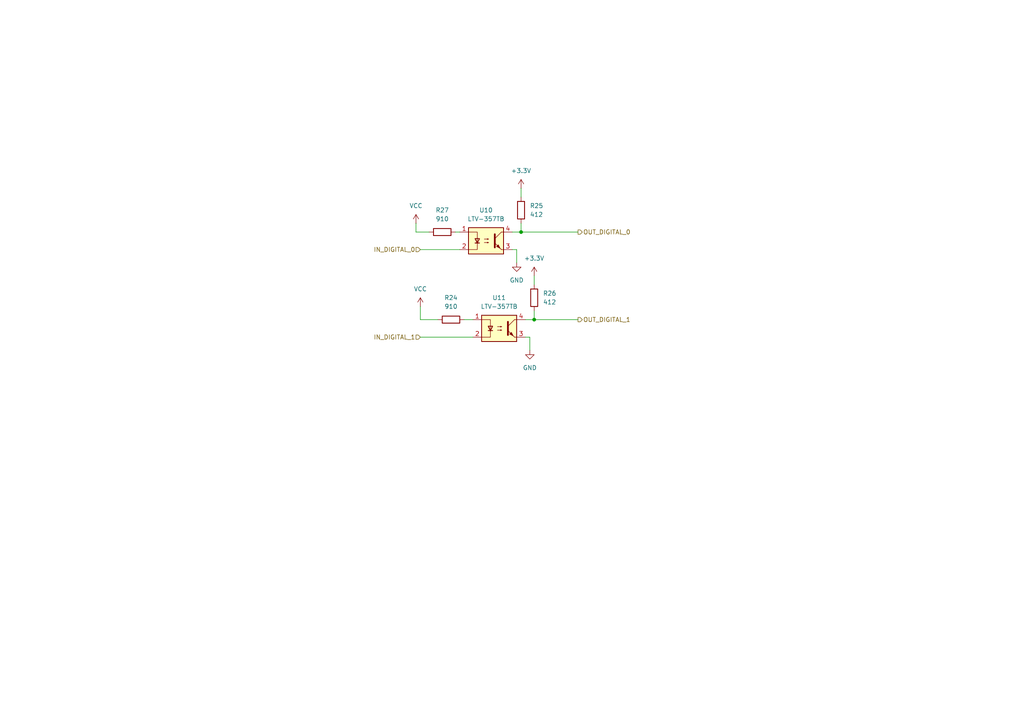
<source format=kicad_sch>
(kicad_sch
	(version 20250114)
	(generator "eeschema")
	(generator_version "9.0")
	(uuid "724e7f9e-6260-4e2e-8571-e6cfdef0d0aa")
	(paper "A4")
	(lib_symbols
		(symbol "Device:R"
			(pin_numbers
				(hide yes)
			)
			(pin_names
				(offset 0)
			)
			(exclude_from_sim no)
			(in_bom yes)
			(on_board yes)
			(property "Reference" "R"
				(at 2.032 0 90)
				(effects
					(font
						(size 1.27 1.27)
					)
				)
			)
			(property "Value" "R"
				(at 0 0 90)
				(effects
					(font
						(size 1.27 1.27)
					)
				)
			)
			(property "Footprint" ""
				(at -1.778 0 90)
				(effects
					(font
						(size 1.27 1.27)
					)
					(hide yes)
				)
			)
			(property "Datasheet" "~"
				(at 0 0 0)
				(effects
					(font
						(size 1.27 1.27)
					)
					(hide yes)
				)
			)
			(property "Description" "Resistor"
				(at 0 0 0)
				(effects
					(font
						(size 1.27 1.27)
					)
					(hide yes)
				)
			)
			(property "ki_keywords" "R res resistor"
				(at 0 0 0)
				(effects
					(font
						(size 1.27 1.27)
					)
					(hide yes)
				)
			)
			(property "ki_fp_filters" "R_*"
				(at 0 0 0)
				(effects
					(font
						(size 1.27 1.27)
					)
					(hide yes)
				)
			)
			(symbol "R_0_1"
				(rectangle
					(start -1.016 -2.54)
					(end 1.016 2.54)
					(stroke
						(width 0.254)
						(type default)
					)
					(fill
						(type none)
					)
				)
			)
			(symbol "R_1_1"
				(pin passive line
					(at 0 3.81 270)
					(length 1.27)
					(name "~"
						(effects
							(font
								(size 1.27 1.27)
							)
						)
					)
					(number "1"
						(effects
							(font
								(size 1.27 1.27)
							)
						)
					)
				)
				(pin passive line
					(at 0 -3.81 90)
					(length 1.27)
					(name "~"
						(effects
							(font
								(size 1.27 1.27)
							)
						)
					)
					(number "2"
						(effects
							(font
								(size 1.27 1.27)
							)
						)
					)
				)
			)
			(embedded_fonts no)
		)
		(symbol "Isolator:LTV-357T"
			(pin_names
				(offset 1.016)
			)
			(exclude_from_sim no)
			(in_bom yes)
			(on_board yes)
			(property "Reference" "U"
				(at -5.334 4.826 0)
				(effects
					(font
						(size 1.27 1.27)
					)
					(justify left)
				)
			)
			(property "Value" "LTV-357T"
				(at 0 5.08 0)
				(effects
					(font
						(size 1.27 1.27)
					)
					(justify left)
				)
			)
			(property "Footprint" "Package_SO:SO-4_4.4x3.6mm_P2.54mm"
				(at -5.08 -5.08 0)
				(effects
					(font
						(size 1.27 1.27)
						(italic yes)
					)
					(justify left)
					(hide yes)
				)
			)
			(property "Datasheet" "https://www.buerklin.com/medias/sys_master/download/download/h91/ha0/8892020588574.pdf"
				(at 0 0 0)
				(effects
					(font
						(size 1.27 1.27)
					)
					(justify left)
					(hide yes)
				)
			)
			(property "Description" "DC Optocoupler, Vce 35V, CTR 50%, SO-4"
				(at 0 0 0)
				(effects
					(font
						(size 1.27 1.27)
					)
					(hide yes)
				)
			)
			(property "ki_keywords" "NPN DC Optocoupler"
				(at 0 0 0)
				(effects
					(font
						(size 1.27 1.27)
					)
					(hide yes)
				)
			)
			(property "ki_fp_filters" "SO*4.4x3.6mm*P2.54mm*"
				(at 0 0 0)
				(effects
					(font
						(size 1.27 1.27)
					)
					(hide yes)
				)
			)
			(symbol "LTV-357T_0_1"
				(rectangle
					(start -5.08 3.81)
					(end 5.08 -3.81)
					(stroke
						(width 0.254)
						(type default)
					)
					(fill
						(type background)
					)
				)
				(polyline
					(pts
						(xy -5.08 2.54) (xy -2.54 2.54) (xy -2.54 -0.762)
					)
					(stroke
						(width 0)
						(type default)
					)
					(fill
						(type none)
					)
				)
				(polyline
					(pts
						(xy -3.175 -0.635) (xy -1.905 -0.635)
					)
					(stroke
						(width 0.254)
						(type default)
					)
					(fill
						(type none)
					)
				)
				(polyline
					(pts
						(xy -2.54 -0.635) (xy -2.54 -2.54) (xy -5.08 -2.54)
					)
					(stroke
						(width 0)
						(type default)
					)
					(fill
						(type none)
					)
				)
				(polyline
					(pts
						(xy -2.54 -0.635) (xy -3.175 0.635) (xy -1.905 0.635) (xy -2.54 -0.635)
					)
					(stroke
						(width 0.254)
						(type default)
					)
					(fill
						(type none)
					)
				)
				(polyline
					(pts
						(xy -0.508 0.508) (xy 0.762 0.508) (xy 0.381 0.381) (xy 0.381 0.635) (xy 0.762 0.508)
					)
					(stroke
						(width 0)
						(type default)
					)
					(fill
						(type none)
					)
				)
				(polyline
					(pts
						(xy -0.508 -0.508) (xy 0.762 -0.508) (xy 0.381 -0.635) (xy 0.381 -0.381) (xy 0.762 -0.508)
					)
					(stroke
						(width 0)
						(type default)
					)
					(fill
						(type none)
					)
				)
				(polyline
					(pts
						(xy 2.54 1.905) (xy 2.54 -1.905) (xy 2.54 -1.905)
					)
					(stroke
						(width 0.508)
						(type default)
					)
					(fill
						(type none)
					)
				)
				(polyline
					(pts
						(xy 2.54 0.635) (xy 4.445 2.54)
					)
					(stroke
						(width 0)
						(type default)
					)
					(fill
						(type none)
					)
				)
				(polyline
					(pts
						(xy 3.048 -1.651) (xy 3.556 -1.143) (xy 4.064 -2.159) (xy 3.048 -1.651) (xy 3.048 -1.651)
					)
					(stroke
						(width 0)
						(type default)
					)
					(fill
						(type outline)
					)
				)
				(polyline
					(pts
						(xy 4.445 2.54) (xy 5.08 2.54)
					)
					(stroke
						(width 0)
						(type default)
					)
					(fill
						(type none)
					)
				)
				(polyline
					(pts
						(xy 4.445 -2.54) (xy 2.54 -0.635)
					)
					(stroke
						(width 0)
						(type default)
					)
					(fill
						(type outline)
					)
				)
				(polyline
					(pts
						(xy 4.445 -2.54) (xy 5.08 -2.54)
					)
					(stroke
						(width 0)
						(type default)
					)
					(fill
						(type none)
					)
				)
			)
			(symbol "LTV-357T_1_1"
				(pin passive line
					(at -7.62 2.54 0)
					(length 2.54)
					(name "~"
						(effects
							(font
								(size 1.27 1.27)
							)
						)
					)
					(number "1"
						(effects
							(font
								(size 1.27 1.27)
							)
						)
					)
				)
				(pin passive line
					(at -7.62 -2.54 0)
					(length 2.54)
					(name "~"
						(effects
							(font
								(size 1.27 1.27)
							)
						)
					)
					(number "2"
						(effects
							(font
								(size 1.27 1.27)
							)
						)
					)
				)
				(pin passive line
					(at 7.62 2.54 180)
					(length 2.54)
					(name "~"
						(effects
							(font
								(size 1.27 1.27)
							)
						)
					)
					(number "4"
						(effects
							(font
								(size 1.27 1.27)
							)
						)
					)
				)
				(pin passive line
					(at 7.62 -2.54 180)
					(length 2.54)
					(name "~"
						(effects
							(font
								(size 1.27 1.27)
							)
						)
					)
					(number "3"
						(effects
							(font
								(size 1.27 1.27)
							)
						)
					)
				)
			)
			(embedded_fonts no)
		)
		(symbol "power:+3.3V"
			(power)
			(pin_numbers
				(hide yes)
			)
			(pin_names
				(offset 0)
				(hide yes)
			)
			(exclude_from_sim no)
			(in_bom yes)
			(on_board yes)
			(property "Reference" "#PWR"
				(at 0 -3.81 0)
				(effects
					(font
						(size 1.27 1.27)
					)
					(hide yes)
				)
			)
			(property "Value" "+3.3V"
				(at 0 3.556 0)
				(effects
					(font
						(size 1.27 1.27)
					)
				)
			)
			(property "Footprint" ""
				(at 0 0 0)
				(effects
					(font
						(size 1.27 1.27)
					)
					(hide yes)
				)
			)
			(property "Datasheet" ""
				(at 0 0 0)
				(effects
					(font
						(size 1.27 1.27)
					)
					(hide yes)
				)
			)
			(property "Description" "Power symbol creates a global label with name \"+3.3V\""
				(at 0 0 0)
				(effects
					(font
						(size 1.27 1.27)
					)
					(hide yes)
				)
			)
			(property "ki_keywords" "global power"
				(at 0 0 0)
				(effects
					(font
						(size 1.27 1.27)
					)
					(hide yes)
				)
			)
			(symbol "+3.3V_0_1"
				(polyline
					(pts
						(xy -0.762 1.27) (xy 0 2.54)
					)
					(stroke
						(width 0)
						(type default)
					)
					(fill
						(type none)
					)
				)
				(polyline
					(pts
						(xy 0 2.54) (xy 0.762 1.27)
					)
					(stroke
						(width 0)
						(type default)
					)
					(fill
						(type none)
					)
				)
				(polyline
					(pts
						(xy 0 0) (xy 0 2.54)
					)
					(stroke
						(width 0)
						(type default)
					)
					(fill
						(type none)
					)
				)
			)
			(symbol "+3.3V_1_1"
				(pin power_in line
					(at 0 0 90)
					(length 0)
					(name "~"
						(effects
							(font
								(size 1.27 1.27)
							)
						)
					)
					(number "1"
						(effects
							(font
								(size 1.27 1.27)
							)
						)
					)
				)
			)
			(embedded_fonts no)
		)
		(symbol "power:GND"
			(power)
			(pin_numbers
				(hide yes)
			)
			(pin_names
				(offset 0)
				(hide yes)
			)
			(exclude_from_sim no)
			(in_bom yes)
			(on_board yes)
			(property "Reference" "#PWR"
				(at 0 -6.35 0)
				(effects
					(font
						(size 1.27 1.27)
					)
					(hide yes)
				)
			)
			(property "Value" "GND"
				(at 0 -3.81 0)
				(effects
					(font
						(size 1.27 1.27)
					)
				)
			)
			(property "Footprint" ""
				(at 0 0 0)
				(effects
					(font
						(size 1.27 1.27)
					)
					(hide yes)
				)
			)
			(property "Datasheet" ""
				(at 0 0 0)
				(effects
					(font
						(size 1.27 1.27)
					)
					(hide yes)
				)
			)
			(property "Description" "Power symbol creates a global label with name \"GND\" , ground"
				(at 0 0 0)
				(effects
					(font
						(size 1.27 1.27)
					)
					(hide yes)
				)
			)
			(property "ki_keywords" "global power"
				(at 0 0 0)
				(effects
					(font
						(size 1.27 1.27)
					)
					(hide yes)
				)
			)
			(symbol "GND_0_1"
				(polyline
					(pts
						(xy 0 0) (xy 0 -1.27) (xy 1.27 -1.27) (xy 0 -2.54) (xy -1.27 -1.27) (xy 0 -1.27)
					)
					(stroke
						(width 0)
						(type default)
					)
					(fill
						(type none)
					)
				)
			)
			(symbol "GND_1_1"
				(pin power_in line
					(at 0 0 270)
					(length 0)
					(name "~"
						(effects
							(font
								(size 1.27 1.27)
							)
						)
					)
					(number "1"
						(effects
							(font
								(size 1.27 1.27)
							)
						)
					)
				)
			)
			(embedded_fonts no)
		)
		(symbol "power:VCC"
			(power)
			(pin_numbers
				(hide yes)
			)
			(pin_names
				(offset 0)
				(hide yes)
			)
			(exclude_from_sim no)
			(in_bom yes)
			(on_board yes)
			(property "Reference" "#PWR"
				(at 0 -3.81 0)
				(effects
					(font
						(size 1.27 1.27)
					)
					(hide yes)
				)
			)
			(property "Value" "VCC"
				(at 0 3.556 0)
				(effects
					(font
						(size 1.27 1.27)
					)
				)
			)
			(property "Footprint" ""
				(at 0 0 0)
				(effects
					(font
						(size 1.27 1.27)
					)
					(hide yes)
				)
			)
			(property "Datasheet" ""
				(at 0 0 0)
				(effects
					(font
						(size 1.27 1.27)
					)
					(hide yes)
				)
			)
			(property "Description" "Power symbol creates a global label with name \"VCC\""
				(at 0 0 0)
				(effects
					(font
						(size 1.27 1.27)
					)
					(hide yes)
				)
			)
			(property "ki_keywords" "global power"
				(at 0 0 0)
				(effects
					(font
						(size 1.27 1.27)
					)
					(hide yes)
				)
			)
			(symbol "VCC_0_1"
				(polyline
					(pts
						(xy -0.762 1.27) (xy 0 2.54)
					)
					(stroke
						(width 0)
						(type default)
					)
					(fill
						(type none)
					)
				)
				(polyline
					(pts
						(xy 0 2.54) (xy 0.762 1.27)
					)
					(stroke
						(width 0)
						(type default)
					)
					(fill
						(type none)
					)
				)
				(polyline
					(pts
						(xy 0 0) (xy 0 2.54)
					)
					(stroke
						(width 0)
						(type default)
					)
					(fill
						(type none)
					)
				)
			)
			(symbol "VCC_1_1"
				(pin power_in line
					(at 0 0 90)
					(length 0)
					(name "~"
						(effects
							(font
								(size 1.27 1.27)
							)
						)
					)
					(number "1"
						(effects
							(font
								(size 1.27 1.27)
							)
						)
					)
				)
			)
			(embedded_fonts no)
		)
	)
	(junction
		(at 154.94 92.71)
		(diameter 0)
		(color 0 0 0 0)
		(uuid "56fae996-85c2-4f71-9942-b45cefa51083")
	)
	(junction
		(at 151.13 67.31)
		(diameter 0)
		(color 0 0 0 0)
		(uuid "e803be25-20d0-466f-816e-47cce2c724ff")
	)
	(wire
		(pts
			(xy 121.92 72.39) (xy 133.35 72.39)
		)
		(stroke
			(width 0)
			(type default)
		)
		(uuid "0f2f343c-2aab-4d8e-852c-64addfcbb07a")
	)
	(wire
		(pts
			(xy 154.94 92.71) (xy 167.64 92.71)
		)
		(stroke
			(width 0)
			(type default)
		)
		(uuid "0f5030a3-c33d-42e8-be96-274c76512284")
	)
	(wire
		(pts
			(xy 121.92 92.71) (xy 127 92.71)
		)
		(stroke
			(width 0)
			(type default)
		)
		(uuid "145d7eef-8ff0-4f42-9558-1d165950bb08")
	)
	(wire
		(pts
			(xy 149.86 72.39) (xy 148.59 72.39)
		)
		(stroke
			(width 0)
			(type default)
		)
		(uuid "146ceae7-32d3-4f90-9c74-f5a92bd36aec")
	)
	(wire
		(pts
			(xy 120.65 67.31) (xy 124.46 67.31)
		)
		(stroke
			(width 0)
			(type default)
		)
		(uuid "16b2c04a-30e6-4add-b1dd-4b6490c15db4")
	)
	(wire
		(pts
			(xy 151.13 67.31) (xy 167.64 67.31)
		)
		(stroke
			(width 0)
			(type default)
		)
		(uuid "2865740e-3144-44bc-b46e-7c94497a3e41")
	)
	(wire
		(pts
			(xy 120.65 64.77) (xy 120.65 67.31)
		)
		(stroke
			(width 0)
			(type default)
		)
		(uuid "2a24fef7-de9d-429a-b461-b60c104909c9")
	)
	(wire
		(pts
			(xy 151.13 67.31) (xy 151.13 64.77)
		)
		(stroke
			(width 0)
			(type default)
		)
		(uuid "359573e2-2fb1-4950-be1f-e69be8b91fd9")
	)
	(wire
		(pts
			(xy 134.62 92.71) (xy 137.16 92.71)
		)
		(stroke
			(width 0)
			(type default)
		)
		(uuid "6d01ef38-6e34-4952-b0af-ca0c332fc1af")
	)
	(wire
		(pts
			(xy 149.86 76.2) (xy 149.86 72.39)
		)
		(stroke
			(width 0)
			(type default)
		)
		(uuid "877f6f08-f3a3-46cd-8ebc-07be24d80271")
	)
	(wire
		(pts
			(xy 121.92 88.9) (xy 121.92 92.71)
		)
		(stroke
			(width 0)
			(type default)
		)
		(uuid "897b2fd5-c42c-4599-b582-0316ee39729a")
	)
	(wire
		(pts
			(xy 151.13 54.61) (xy 151.13 57.15)
		)
		(stroke
			(width 0)
			(type default)
		)
		(uuid "8f846c4f-f036-423c-b995-04f2015ba873")
	)
	(wire
		(pts
			(xy 132.08 67.31) (xy 133.35 67.31)
		)
		(stroke
			(width 0)
			(type default)
		)
		(uuid "8fb36647-7a9c-482c-975f-3c1a234d4b53")
	)
	(wire
		(pts
			(xy 154.94 80.01) (xy 154.94 82.55)
		)
		(stroke
			(width 0)
			(type default)
		)
		(uuid "9928738e-8766-4357-b4c3-a3ed73469286")
	)
	(wire
		(pts
			(xy 153.67 101.6) (xy 153.67 97.79)
		)
		(stroke
			(width 0)
			(type default)
		)
		(uuid "9aebe62b-9642-4680-8fd1-85b45f163f22")
	)
	(wire
		(pts
			(xy 121.92 97.79) (xy 137.16 97.79)
		)
		(stroke
			(width 0)
			(type default)
		)
		(uuid "9cb67792-8347-476e-8176-eab8ec08936a")
	)
	(wire
		(pts
			(xy 154.94 92.71) (xy 154.94 90.17)
		)
		(stroke
			(width 0)
			(type default)
		)
		(uuid "ad37b29e-08b4-4532-92af-ec1fb9e74fd8")
	)
	(wire
		(pts
			(xy 153.67 97.79) (xy 152.4 97.79)
		)
		(stroke
			(width 0)
			(type default)
		)
		(uuid "c6f72642-3f14-4192-b630-5062139a2a38")
	)
	(wire
		(pts
			(xy 148.59 67.31) (xy 151.13 67.31)
		)
		(stroke
			(width 0)
			(type default)
		)
		(uuid "e376ff27-e7c2-4738-8205-ede52285c52b")
	)
	(wire
		(pts
			(xy 152.4 92.71) (xy 154.94 92.71)
		)
		(stroke
			(width 0)
			(type default)
		)
		(uuid "f78632db-f19c-42bb-9435-0f9c16ad195d")
	)
	(hierarchical_label "OUT_DIGITAL_0"
		(shape output)
		(at 167.64 67.31 0)
		(effects
			(font
				(size 1.27 1.27)
			)
			(justify left)
		)
		(uuid "6c3f0ad9-4f14-4399-9174-c95631d9b308")
	)
	(hierarchical_label "OUT_DIGITAL_1"
		(shape output)
		(at 167.64 92.71 0)
		(effects
			(font
				(size 1.27 1.27)
			)
			(justify left)
		)
		(uuid "a3abb9b0-8658-4a96-b24b-3f6055f46c2a")
	)
	(hierarchical_label "IN_DIGITAL_1"
		(shape input)
		(at 121.92 97.79 180)
		(effects
			(font
				(size 1.27 1.27)
			)
			(justify right)
		)
		(uuid "afed502f-dc64-4901-9095-ed15c34711ff")
	)
	(hierarchical_label "IN_DIGITAL_0"
		(shape input)
		(at 121.92 72.39 180)
		(effects
			(font
				(size 1.27 1.27)
			)
			(justify right)
		)
		(uuid "f2c294aa-4ffe-47af-b519-97a11047a45d")
	)
	(symbol
		(lib_id "power:+3.3V")
		(at 151.13 54.61 0)
		(unit 1)
		(exclude_from_sim no)
		(in_bom yes)
		(on_board yes)
		(dnp no)
		(fields_autoplaced yes)
		(uuid "2948668b-f4d1-4987-a08f-6e56fab6d97a")
		(property "Reference" "#PWR055"
			(at 151.13 58.42 0)
			(effects
				(font
					(size 1.27 1.27)
				)
				(hide yes)
			)
		)
		(property "Value" "+3.3V"
			(at 151.13 49.53 0)
			(effects
				(font
					(size 1.27 1.27)
				)
			)
		)
		(property "Footprint" ""
			(at 151.13 54.61 0)
			(effects
				(font
					(size 1.27 1.27)
				)
				(hide yes)
			)
		)
		(property "Datasheet" ""
			(at 151.13 54.61 0)
			(effects
				(font
					(size 1.27 1.27)
				)
				(hide yes)
			)
		)
		(property "Description" "Power symbol creates a global label with name \"+3.3V\""
			(at 151.13 54.61 0)
			(effects
				(font
					(size 1.27 1.27)
				)
				(hide yes)
			)
		)
		(pin "1"
			(uuid "993eaf9b-824a-49c0-a917-a7482f257fc3")
		)
		(instances
			(project "PCB2"
				(path "/65bd0161-ef9e-46bf-8f53-5e79265dec38/b9169cbc-15eb-4442-a6f5-930282d069c3/a3d2c28a-d949-4be6-8fe9-b27ce25cf7a3"
					(reference "#PWR055")
					(unit 1)
				)
			)
		)
	)
	(symbol
		(lib_id "power:+3.3V")
		(at 154.94 80.01 0)
		(unit 1)
		(exclude_from_sim no)
		(in_bom yes)
		(on_board yes)
		(dnp no)
		(fields_autoplaced yes)
		(uuid "453eb8b6-176b-4a28-a6c4-37e76c5d2880")
		(property "Reference" "#PWR057"
			(at 154.94 83.82 0)
			(effects
				(font
					(size 1.27 1.27)
				)
				(hide yes)
			)
		)
		(property "Value" "+3.3V"
			(at 154.94 74.93 0)
			(effects
				(font
					(size 1.27 1.27)
				)
			)
		)
		(property "Footprint" ""
			(at 154.94 80.01 0)
			(effects
				(font
					(size 1.27 1.27)
				)
				(hide yes)
			)
		)
		(property "Datasheet" ""
			(at 154.94 80.01 0)
			(effects
				(font
					(size 1.27 1.27)
				)
				(hide yes)
			)
		)
		(property "Description" "Power symbol creates a global label with name \"+3.3V\""
			(at 154.94 80.01 0)
			(effects
				(font
					(size 1.27 1.27)
				)
				(hide yes)
			)
		)
		(pin "1"
			(uuid "ca3ac8fd-7149-46bd-a7d2-0aa115ca0f36")
		)
		(instances
			(project "PCB2"
				(path "/65bd0161-ef9e-46bf-8f53-5e79265dec38/b9169cbc-15eb-4442-a6f5-930282d069c3/a3d2c28a-d949-4be6-8fe9-b27ce25cf7a3"
					(reference "#PWR057")
					(unit 1)
				)
			)
		)
	)
	(symbol
		(lib_id "Device:R")
		(at 130.81 92.71 90)
		(unit 1)
		(exclude_from_sim no)
		(in_bom yes)
		(on_board yes)
		(dnp no)
		(fields_autoplaced yes)
		(uuid "4ffe8580-0e8b-4c59-8807-705c11a9b947")
		(property "Reference" "R24"
			(at 130.81 86.36 90)
			(effects
				(font
					(size 1.27 1.27)
				)
			)
		)
		(property "Value" "910"
			(at 130.81 88.9 90)
			(effects
				(font
					(size 1.27 1.27)
				)
			)
		)
		(property "Footprint" "Resistor_SMD:R_0603_1608Metric"
			(at 130.81 94.488 90)
			(effects
				(font
					(size 1.27 1.27)
				)
				(hide yes)
			)
		)
		(property "Datasheet" "~"
			(at 130.81 92.71 0)
			(effects
				(font
					(size 1.27 1.27)
				)
				(hide yes)
			)
		)
		(property "Description" "Resistor"
			(at 130.81 92.71 0)
			(effects
				(font
					(size 1.27 1.27)
				)
				(hide yes)
			)
		)
		(property "LCSC#" "C114670"
			(at 130.81 92.71 90)
			(effects
				(font
					(size 1.27 1.27)
				)
				(hide yes)
			)
		)
		(pin "1"
			(uuid "06130a81-753b-4b0d-9e84-66b160d7390a")
		)
		(pin "2"
			(uuid "66446855-9cd4-47e1-a8e5-90aa5d860093")
		)
		(instances
			(project "PCB2"
				(path "/65bd0161-ef9e-46bf-8f53-5e79265dec38/b9169cbc-15eb-4442-a6f5-930282d069c3/a3d2c28a-d949-4be6-8fe9-b27ce25cf7a3"
					(reference "R24")
					(unit 1)
				)
			)
		)
	)
	(symbol
		(lib_id "Device:R")
		(at 128.27 67.31 90)
		(unit 1)
		(exclude_from_sim no)
		(in_bom yes)
		(on_board yes)
		(dnp no)
		(fields_autoplaced yes)
		(uuid "5c91419c-e08c-4cf4-84f1-9a445104a26f")
		(property "Reference" "R27"
			(at 128.27 60.96 90)
			(effects
				(font
					(size 1.27 1.27)
				)
			)
		)
		(property "Value" "910"
			(at 128.27 63.5 90)
			(effects
				(font
					(size 1.27 1.27)
				)
			)
		)
		(property "Footprint" "Resistor_SMD:R_0603_1608Metric"
			(at 128.27 69.088 90)
			(effects
				(font
					(size 1.27 1.27)
				)
				(hide yes)
			)
		)
		(property "Datasheet" "~"
			(at 128.27 67.31 0)
			(effects
				(font
					(size 1.27 1.27)
				)
				(hide yes)
			)
		)
		(property "Description" "Resistor"
			(at 128.27 67.31 0)
			(effects
				(font
					(size 1.27 1.27)
				)
				(hide yes)
			)
		)
		(property "LCSC#" "C114670"
			(at 128.27 67.31 90)
			(effects
				(font
					(size 1.27 1.27)
				)
				(hide yes)
			)
		)
		(pin "1"
			(uuid "eba70d3b-3c15-4f6b-9a82-ba600f988852")
		)
		(pin "2"
			(uuid "f72db701-dbac-4de3-87b2-25bb6c31bc81")
		)
		(instances
			(project "PCB2"
				(path "/65bd0161-ef9e-46bf-8f53-5e79265dec38/b9169cbc-15eb-4442-a6f5-930282d069c3/a3d2c28a-d949-4be6-8fe9-b27ce25cf7a3"
					(reference "R27")
					(unit 1)
				)
			)
		)
	)
	(symbol
		(lib_id "Device:R")
		(at 151.13 60.96 180)
		(unit 1)
		(exclude_from_sim no)
		(in_bom yes)
		(on_board yes)
		(dnp no)
		(fields_autoplaced yes)
		(uuid "8ef0ec01-89f0-400c-9326-195913b8fb2d")
		(property "Reference" "R25"
			(at 153.67 59.6899 0)
			(effects
				(font
					(size 1.27 1.27)
				)
				(justify right)
			)
		)
		(property "Value" "412"
			(at 153.67 62.2299 0)
			(effects
				(font
					(size 1.27 1.27)
				)
				(justify right)
			)
		)
		(property "Footprint" "Resistor_SMD:R_0603_1608Metric"
			(at 152.908 60.96 90)
			(effects
				(font
					(size 1.27 1.27)
				)
				(hide yes)
			)
		)
		(property "Datasheet" "~"
			(at 151.13 60.96 0)
			(effects
				(font
					(size 1.27 1.27)
				)
				(hide yes)
			)
		)
		(property "Description" "Resistor"
			(at 151.13 60.96 0)
			(effects
				(font
					(size 1.27 1.27)
				)
				(hide yes)
			)
		)
		(pin "1"
			(uuid "139c3e52-13f1-4d09-8fa3-3a5b73102c82")
		)
		(pin "2"
			(uuid "53f20368-4e8f-4661-b558-6e9f3fa660dc")
		)
		(instances
			(project "PCB2"
				(path "/65bd0161-ef9e-46bf-8f53-5e79265dec38/b9169cbc-15eb-4442-a6f5-930282d069c3/a3d2c28a-d949-4be6-8fe9-b27ce25cf7a3"
					(reference "R25")
					(unit 1)
				)
			)
		)
	)
	(symbol
		(lib_id "power:VCC")
		(at 121.92 88.9 0)
		(unit 1)
		(exclude_from_sim no)
		(in_bom yes)
		(on_board yes)
		(dnp no)
		(fields_autoplaced yes)
		(uuid "925e7336-c731-47f5-82d5-950cccbee3dc")
		(property "Reference" "#PWR059"
			(at 121.92 92.71 0)
			(effects
				(font
					(size 1.27 1.27)
				)
				(hide yes)
			)
		)
		(property "Value" "VCC"
			(at 121.92 83.82 0)
			(effects
				(font
					(size 1.27 1.27)
				)
			)
		)
		(property "Footprint" ""
			(at 121.92 88.9 0)
			(effects
				(font
					(size 1.27 1.27)
				)
				(hide yes)
			)
		)
		(property "Datasheet" ""
			(at 121.92 88.9 0)
			(effects
				(font
					(size 1.27 1.27)
				)
				(hide yes)
			)
		)
		(property "Description" "Power symbol creates a global label with name \"VCC\""
			(at 121.92 88.9 0)
			(effects
				(font
					(size 1.27 1.27)
				)
				(hide yes)
			)
		)
		(pin "1"
			(uuid "430701bf-b3f8-430f-8da1-ed62dd35d256")
		)
		(instances
			(project "PCB2"
				(path "/65bd0161-ef9e-46bf-8f53-5e79265dec38/b9169cbc-15eb-4442-a6f5-930282d069c3/a3d2c28a-d949-4be6-8fe9-b27ce25cf7a3"
					(reference "#PWR059")
					(unit 1)
				)
			)
		)
	)
	(symbol
		(lib_id "Isolator:LTV-357T")
		(at 140.97 69.85 0)
		(unit 1)
		(exclude_from_sim no)
		(in_bom yes)
		(on_board yes)
		(dnp no)
		(fields_autoplaced yes)
		(uuid "92f4c220-58dd-468f-845e-f4271796adb5")
		(property "Reference" "U10"
			(at 140.97 60.96 0)
			(effects
				(font
					(size 1.27 1.27)
				)
			)
		)
		(property "Value" "LTV-357TB"
			(at 140.97 63.5 0)
			(effects
				(font
					(size 1.27 1.27)
				)
			)
		)
		(property "Footprint" "Package_SO:SO-4_4.4x3.6mm_P2.54mm"
			(at 135.89 74.93 0)
			(effects
				(font
					(size 1.27 1.27)
					(italic yes)
				)
				(justify left)
				(hide yes)
			)
		)
		(property "Datasheet" "https://www.buerklin.com/medias/sys_master/download/download/h91/ha0/8892020588574.pdf"
			(at 140.97 69.85 0)
			(effects
				(font
					(size 1.27 1.27)
				)
				(justify left)
				(hide yes)
			)
		)
		(property "Description" "DC Optocoupler, Vce 35V, CTR 50%, SO-4"
			(at 140.97 69.85 0)
			(effects
				(font
					(size 1.27 1.27)
				)
				(hide yes)
			)
		)
		(pin "3"
			(uuid "4b14f952-8d59-43ca-891b-6e4c73276d4b")
		)
		(pin "1"
			(uuid "f41b1566-358a-4bea-9ce5-1a4fa6796088")
		)
		(pin "2"
			(uuid "1a21e75e-bacd-4c2d-a340-db808b61033f")
		)
		(pin "4"
			(uuid "08cdb593-1c2e-4206-ac5c-5c09c4af5853")
		)
		(instances
			(project "PCB2"
				(path "/65bd0161-ef9e-46bf-8f53-5e79265dec38/b9169cbc-15eb-4442-a6f5-930282d069c3/a3d2c28a-d949-4be6-8fe9-b27ce25cf7a3"
					(reference "U10")
					(unit 1)
				)
			)
		)
	)
	(symbol
		(lib_id "power:GND")
		(at 149.86 76.2 0)
		(unit 1)
		(exclude_from_sim no)
		(in_bom yes)
		(on_board yes)
		(dnp no)
		(fields_autoplaced yes)
		(uuid "95d81434-726c-4b0f-9b36-28e7750d3f9b")
		(property "Reference" "#PWR054"
			(at 149.86 82.55 0)
			(effects
				(font
					(size 1.27 1.27)
				)
				(hide yes)
			)
		)
		(property "Value" "GND"
			(at 149.86 81.28 0)
			(effects
				(font
					(size 1.27 1.27)
				)
			)
		)
		(property "Footprint" ""
			(at 149.86 76.2 0)
			(effects
				(font
					(size 1.27 1.27)
				)
				(hide yes)
			)
		)
		(property "Datasheet" ""
			(at 149.86 76.2 0)
			(effects
				(font
					(size 1.27 1.27)
				)
				(hide yes)
			)
		)
		(property "Description" "Power symbol creates a global label with name \"GND\" , ground"
			(at 149.86 76.2 0)
			(effects
				(font
					(size 1.27 1.27)
				)
				(hide yes)
			)
		)
		(pin "1"
			(uuid "db8200da-3e31-4c04-be26-bfd3d941d4c9")
		)
		(instances
			(project "PCB2"
				(path "/65bd0161-ef9e-46bf-8f53-5e79265dec38/b9169cbc-15eb-4442-a6f5-930282d069c3/a3d2c28a-d949-4be6-8fe9-b27ce25cf7a3"
					(reference "#PWR054")
					(unit 1)
				)
			)
		)
	)
	(symbol
		(lib_id "Isolator:LTV-357T")
		(at 144.78 95.25 0)
		(unit 1)
		(exclude_from_sim no)
		(in_bom yes)
		(on_board yes)
		(dnp no)
		(fields_autoplaced yes)
		(uuid "a4b91556-917a-4116-bbb5-bd1f4781a9d4")
		(property "Reference" "U11"
			(at 144.78 86.36 0)
			(effects
				(font
					(size 1.27 1.27)
				)
			)
		)
		(property "Value" "LTV-357TB"
			(at 144.78 88.9 0)
			(effects
				(font
					(size 1.27 1.27)
				)
			)
		)
		(property "Footprint" "Package_SO:SO-4_4.4x3.6mm_P2.54mm"
			(at 139.7 100.33 0)
			(effects
				(font
					(size 1.27 1.27)
					(italic yes)
				)
				(justify left)
				(hide yes)
			)
		)
		(property "Datasheet" "https://www.buerklin.com/medias/sys_master/download/download/h91/ha0/8892020588574.pdf"
			(at 144.78 95.25 0)
			(effects
				(font
					(size 1.27 1.27)
				)
				(justify left)
				(hide yes)
			)
		)
		(property "Description" "DC Optocoupler, Vce 35V, CTR 50%, SO-4"
			(at 144.78 95.25 0)
			(effects
				(font
					(size 1.27 1.27)
				)
				(hide yes)
			)
		)
		(pin "3"
			(uuid "282fa94b-fc3b-45f8-a99c-600fd0641e18")
		)
		(pin "1"
			(uuid "a59931a7-2f08-4333-9051-ac097b7b2952")
		)
		(pin "2"
			(uuid "013840d7-4984-4064-a88d-db1f76c4456d")
		)
		(pin "4"
			(uuid "f93b5f46-b064-49f5-b1d6-8b440d504178")
		)
		(instances
			(project "PCB2"
				(path "/65bd0161-ef9e-46bf-8f53-5e79265dec38/b9169cbc-15eb-4442-a6f5-930282d069c3/a3d2c28a-d949-4be6-8fe9-b27ce25cf7a3"
					(reference "U11")
					(unit 1)
				)
			)
		)
	)
	(symbol
		(lib_id "power:GND")
		(at 153.67 101.6 0)
		(unit 1)
		(exclude_from_sim no)
		(in_bom yes)
		(on_board yes)
		(dnp no)
		(fields_autoplaced yes)
		(uuid "b129f5d4-81ec-49cb-8c1b-eb419c040143")
		(property "Reference" "#PWR056"
			(at 153.67 107.95 0)
			(effects
				(font
					(size 1.27 1.27)
				)
				(hide yes)
			)
		)
		(property "Value" "GND"
			(at 153.67 106.68 0)
			(effects
				(font
					(size 1.27 1.27)
				)
			)
		)
		(property "Footprint" ""
			(at 153.67 101.6 0)
			(effects
				(font
					(size 1.27 1.27)
				)
				(hide yes)
			)
		)
		(property "Datasheet" ""
			(at 153.67 101.6 0)
			(effects
				(font
					(size 1.27 1.27)
				)
				(hide yes)
			)
		)
		(property "Description" "Power symbol creates a global label with name \"GND\" , ground"
			(at 153.67 101.6 0)
			(effects
				(font
					(size 1.27 1.27)
				)
				(hide yes)
			)
		)
		(pin "1"
			(uuid "c1a4bcd2-f33a-447b-9b0a-c0f5cdf28690")
		)
		(instances
			(project "PCB2"
				(path "/65bd0161-ef9e-46bf-8f53-5e79265dec38/b9169cbc-15eb-4442-a6f5-930282d069c3/a3d2c28a-d949-4be6-8fe9-b27ce25cf7a3"
					(reference "#PWR056")
					(unit 1)
				)
			)
		)
	)
	(symbol
		(lib_id "Device:R")
		(at 154.94 86.36 180)
		(unit 1)
		(exclude_from_sim no)
		(in_bom yes)
		(on_board yes)
		(dnp no)
		(fields_autoplaced yes)
		(uuid "cbc66f73-b97c-4cdc-a7da-5be5fa635971")
		(property "Reference" "R26"
			(at 157.48 85.0899 0)
			(effects
				(font
					(size 1.27 1.27)
				)
				(justify right)
			)
		)
		(property "Value" "412"
			(at 157.48 87.6299 0)
			(effects
				(font
					(size 1.27 1.27)
				)
				(justify right)
			)
		)
		(property "Footprint" "Resistor_SMD:R_0603_1608Metric"
			(at 156.718 86.36 90)
			(effects
				(font
					(size 1.27 1.27)
				)
				(hide yes)
			)
		)
		(property "Datasheet" "~"
			(at 154.94 86.36 0)
			(effects
				(font
					(size 1.27 1.27)
				)
				(hide yes)
			)
		)
		(property "Description" "Resistor"
			(at 154.94 86.36 0)
			(effects
				(font
					(size 1.27 1.27)
				)
				(hide yes)
			)
		)
		(pin "1"
			(uuid "9476ed84-ef75-4e31-8e69-d66d03617fcd")
		)
		(pin "2"
			(uuid "56eb885b-12ef-4aa5-be99-ab2200a1c3df")
		)
		(instances
			(project "PCB2"
				(path "/65bd0161-ef9e-46bf-8f53-5e79265dec38/b9169cbc-15eb-4442-a6f5-930282d069c3/a3d2c28a-d949-4be6-8fe9-b27ce25cf7a3"
					(reference "R26")
					(unit 1)
				)
			)
		)
	)
	(symbol
		(lib_id "power:VCC")
		(at 120.65 64.77 0)
		(unit 1)
		(exclude_from_sim no)
		(in_bom yes)
		(on_board yes)
		(dnp no)
		(fields_autoplaced yes)
		(uuid "d93a27d7-a2a5-492c-aa06-d2d8c68198c9")
		(property "Reference" "#PWR058"
			(at 120.65 68.58 0)
			(effects
				(font
					(size 1.27 1.27)
				)
				(hide yes)
			)
		)
		(property "Value" "VCC"
			(at 120.65 59.69 0)
			(effects
				(font
					(size 1.27 1.27)
				)
			)
		)
		(property "Footprint" ""
			(at 120.65 64.77 0)
			(effects
				(font
					(size 1.27 1.27)
				)
				(hide yes)
			)
		)
		(property "Datasheet" ""
			(at 120.65 64.77 0)
			(effects
				(font
					(size 1.27 1.27)
				)
				(hide yes)
			)
		)
		(property "Description" "Power symbol creates a global label with name \"VCC\""
			(at 120.65 64.77 0)
			(effects
				(font
					(size 1.27 1.27)
				)
				(hide yes)
			)
		)
		(pin "1"
			(uuid "8b2ef0d6-a023-4ed8-b930-e805927a5a19")
		)
		(instances
			(project "PCB2"
				(path "/65bd0161-ef9e-46bf-8f53-5e79265dec38/b9169cbc-15eb-4442-a6f5-930282d069c3/a3d2c28a-d949-4be6-8fe9-b27ce25cf7a3"
					(reference "#PWR058")
					(unit 1)
				)
			)
		)
	)
)

</source>
